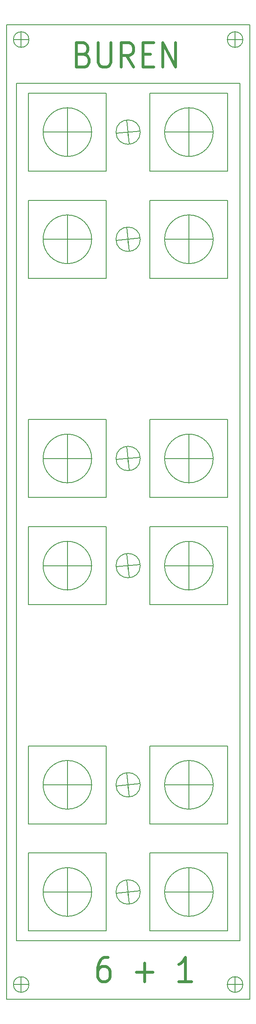
<source format=gbr>
%TF.GenerationSoftware,KiCad,Pcbnew,(5.1.9)-1*%
%TF.CreationDate,2021-09-13T20:57:42+01:00*%
%TF.ProjectId,KOSMO Mult faceplate,4b4f534d-4f20-44d7-956c-742066616365,rev?*%
%TF.SameCoordinates,Original*%
%TF.FileFunction,OtherDrawing,Comment*%
%FSLAX46Y46*%
G04 Gerber Fmt 4.6, Leading zero omitted, Abs format (unit mm)*
G04 Created by KiCad (PCBNEW (5.1.9)-1) date 2021-09-13 20:57:42*
%MOMM*%
%LPD*%
G01*
G04 APERTURE LIST*
%ADD10C,0.625000*%
%ADD11C,0.200000*%
G04 APERTURE END LIST*
D10*
X36066256Y-206204100D02*
X35209113Y-206204100D01*
X34780541Y-206442196D01*
X34566256Y-206680291D01*
X34137684Y-207394576D01*
X33923398Y-208346957D01*
X33923398Y-210251719D01*
X34137684Y-210727910D01*
X34351970Y-210966005D01*
X34780541Y-211204100D01*
X35637684Y-211204100D01*
X36066256Y-210966005D01*
X36280541Y-210727910D01*
X36494827Y-210251719D01*
X36494827Y-209061243D01*
X36280541Y-208585053D01*
X36066256Y-208346957D01*
X35637684Y-208108862D01*
X34780541Y-208108862D01*
X34351970Y-208346957D01*
X34137684Y-208585053D01*
X33923398Y-209061243D01*
X41851970Y-209299338D02*
X45280541Y-209299338D01*
X43566256Y-211204100D02*
X43566256Y-207394576D01*
X53209113Y-211204100D02*
X50637684Y-211204100D01*
X51923398Y-211204100D02*
X51923398Y-206204100D01*
X51494827Y-206918386D01*
X51066256Y-207394576D01*
X50637684Y-207632672D01*
X36066256Y-206204100D02*
X35209113Y-206204100D01*
X34780541Y-206442196D01*
X34566256Y-206680291D01*
X34137684Y-207394576D01*
X33923398Y-208346957D01*
X33923398Y-210251719D01*
X34137684Y-210727910D01*
X34351970Y-210966005D01*
X34780541Y-211204100D01*
X35637684Y-211204100D01*
X36066256Y-210966005D01*
X36280541Y-210727910D01*
X36494827Y-210251719D01*
X36494827Y-209061243D01*
X36280541Y-208585053D01*
X36066256Y-208346957D01*
X35637684Y-208108862D01*
X34780541Y-208108862D01*
X34351970Y-208346957D01*
X34137684Y-208585053D01*
X33923398Y-209061243D01*
X41851970Y-209299338D02*
X45280541Y-209299338D01*
X43566256Y-211204100D02*
X43566256Y-207394576D01*
X53209113Y-211204100D02*
X50637684Y-211204100D01*
X51923398Y-211204100D02*
X51923398Y-206204100D01*
X51494827Y-206918386D01*
X51066256Y-207394576D01*
X50637684Y-207632672D01*
X31034270Y-20833278D02*
X31677127Y-21071373D01*
X31891413Y-21309468D01*
X32105699Y-21785659D01*
X32105699Y-22499944D01*
X31891413Y-22976135D01*
X31677127Y-23214230D01*
X31248556Y-23452325D01*
X29534270Y-23452325D01*
X29534270Y-18452325D01*
X31034270Y-18452325D01*
X31462842Y-18690421D01*
X31677127Y-18928516D01*
X31891413Y-19404706D01*
X31891413Y-19880897D01*
X31677127Y-20357087D01*
X31462842Y-20595182D01*
X31034270Y-20833278D01*
X29534270Y-20833278D01*
X34034270Y-18452325D02*
X34034270Y-22499944D01*
X34248556Y-22976135D01*
X34462842Y-23214230D01*
X34891413Y-23452325D01*
X35748556Y-23452325D01*
X36177127Y-23214230D01*
X36391413Y-22976135D01*
X36605699Y-22499944D01*
X36605699Y-18452325D01*
X41319984Y-23452325D02*
X39819984Y-21071373D01*
X38748556Y-23452325D02*
X38748556Y-18452325D01*
X40462842Y-18452325D01*
X40891413Y-18690421D01*
X41105699Y-18928516D01*
X41319984Y-19404706D01*
X41319984Y-20118992D01*
X41105699Y-20595182D01*
X40891413Y-20833278D01*
X40462842Y-21071373D01*
X38748556Y-21071373D01*
X43248556Y-20833278D02*
X44748556Y-20833278D01*
X45391413Y-23452325D02*
X43248556Y-23452325D01*
X43248556Y-18452325D01*
X45391413Y-18452325D01*
X47319984Y-23452325D02*
X47319984Y-18452325D01*
X49891413Y-23452325D01*
X49891413Y-18452325D01*
D11*
X40206000Y-36831000D02*
X40206000Y-37543560D01*
X15206001Y-14831000D02*
X15206001Y-214831000D01*
X15206001Y-214831000D02*
X65206001Y-214831000D01*
X57706001Y-36831000D02*
G75*
G03*
X57706001Y-36831000I-5000000J0D01*
G01*
X27706001Y-41831000D02*
X27706001Y-31831000D01*
X22706001Y-36831000D02*
X32706001Y-36831000D01*
X19806001Y-17831000D02*
G75*
G03*
X19806001Y-17831000I-1600000J0D01*
G01*
X32706001Y-36831000D02*
G75*
G03*
X32706001Y-36831000I-5000000J0D01*
G01*
X60606001Y-211831000D02*
X63806001Y-211831000D01*
X57706001Y-170831000D02*
G75*
G03*
X57706001Y-170831000I-5000000J0D01*
G01*
X62206001Y-210230999D02*
X62206001Y-213430999D01*
X19806001Y-211831000D02*
G75*
G03*
X19806001Y-211831000I-1600000J0D01*
G01*
X62206001Y-16230999D02*
X62206001Y-19430999D01*
X32706001Y-170831000D02*
G75*
G03*
X32706001Y-170831000I-5000000J0D01*
G01*
X63806001Y-211831000D02*
G75*
G03*
X63806001Y-211831000I-1600000J0D01*
G01*
X60606001Y-17831000D02*
X63806001Y-17831000D01*
X63806001Y-17831000D02*
G75*
G03*
X63806001Y-17831000I-1600000J0D01*
G01*
X65206001Y-214831000D02*
X65206001Y-14831000D01*
X37767167Y-59064672D02*
X42633667Y-58598396D01*
X17206001Y-116512839D02*
X17206001Y-202831000D01*
X16606001Y-17831000D02*
X19806001Y-17831000D01*
X18206001Y-16230999D02*
X18206001Y-19430999D01*
X27706001Y-165831000D02*
X27706001Y-175831000D01*
X57706001Y-192831000D02*
G75*
G03*
X57706001Y-192831000I-5000000J0D01*
G01*
X39966167Y-56396272D02*
X40444567Y-61252872D01*
X17206001Y-26831000D02*
X17206001Y-126831000D01*
X42706001Y-36831000D02*
G75*
G03*
X42706001Y-36831000I-2500000J0D01*
G01*
X22706001Y-192831000D02*
X32706001Y-192831000D01*
X47706001Y-192831000D02*
X57706001Y-192831000D01*
X63206001Y-202831000D02*
X63206001Y-116512839D01*
X52706001Y-187831000D02*
X52706001Y-197831000D01*
X16606001Y-211831000D02*
X19806001Y-211831000D01*
X37767167Y-37064672D02*
X42633667Y-36598396D01*
X32706001Y-192831000D02*
G75*
G03*
X32706001Y-192831000I-5000000J0D01*
G01*
X18206001Y-210230999D02*
X18206001Y-213430999D01*
X39966167Y-34396272D02*
X40444567Y-39252872D01*
X17206001Y-202831000D02*
X63206001Y-202831000D01*
X22706001Y-170831000D02*
X32706001Y-170831000D01*
X47706001Y-170831000D02*
X57706001Y-170831000D01*
X65206001Y-14831000D02*
X15206001Y-14831000D01*
X42706001Y-58831000D02*
G75*
G03*
X42706001Y-58831000I-2500000J0D01*
G01*
X52706001Y-165831000D02*
X52706001Y-175831000D01*
X27706001Y-187831000D02*
X27706001Y-197831000D01*
X63206001Y-26831000D02*
X17206001Y-26831000D01*
X63206001Y-126831000D02*
X63206001Y-26831000D01*
X40206000Y-58831000D02*
X40206000Y-59543560D01*
X60706000Y-28831000D02*
X60706000Y-44831000D01*
X44706001Y-66831000D02*
X44706001Y-50831000D01*
X44706001Y-184831000D02*
X60706000Y-184831000D01*
X44706001Y-44831000D02*
X44706001Y-28831000D01*
X39966167Y-123396272D02*
X40444567Y-128252872D01*
X60706000Y-95831000D02*
X60706000Y-111831000D01*
X35706001Y-111831000D02*
X19706001Y-111831000D01*
X35706001Y-133831000D02*
X19706001Y-133831000D01*
X37767167Y-104064672D02*
X42633667Y-103598396D01*
X37767167Y-171064672D02*
X42633667Y-170598396D01*
X60706000Y-200831000D02*
X44706001Y-200831000D01*
X60706000Y-50831000D02*
X60706000Y-66831000D01*
X35706001Y-66831000D02*
X19706001Y-66831000D01*
X44706001Y-95831000D02*
X60706000Y-95831000D01*
X44706001Y-117831000D02*
X60706000Y-117831000D01*
X35706001Y-50831000D02*
X35706001Y-66831000D01*
X44706001Y-162831000D02*
X60706000Y-162831000D01*
X44706001Y-200831000D02*
X44706001Y-184831000D01*
X39966167Y-101396272D02*
X40444567Y-106252872D01*
X42706001Y-192831000D02*
G75*
G03*
X42706001Y-192831000I-2500000J0D01*
G01*
X35706001Y-162831000D02*
X35706001Y-178831000D01*
X60706000Y-162831000D02*
X60706000Y-178831000D01*
X44706001Y-178831000D02*
X44706001Y-162831000D01*
X39966167Y-190396272D02*
X40444567Y-195252872D01*
X42706001Y-170831000D02*
G75*
G03*
X42706001Y-170831000I-2500000J0D01*
G01*
X35706001Y-178831000D02*
X19706001Y-178831000D01*
X19706001Y-44831000D02*
X19706001Y-28831000D01*
X60706000Y-44831000D02*
X44706001Y-44831000D01*
X35706001Y-200831000D02*
X19706001Y-200831000D01*
X35706001Y-117831000D02*
X35706001Y-133831000D01*
X60706000Y-117831000D02*
X60706000Y-133831000D01*
X19706001Y-162831000D02*
X35706001Y-162831000D01*
X44706001Y-133831000D02*
X44706001Y-117831000D01*
X60706000Y-66831000D02*
X44706001Y-66831000D01*
X39966167Y-168396272D02*
X40444567Y-173252872D01*
X60706000Y-178831000D02*
X44706001Y-178831000D01*
X35706001Y-184831000D02*
X35706001Y-200831000D01*
X42706001Y-103831000D02*
G75*
G03*
X42706001Y-103831000I-2500000J0D01*
G01*
X35706001Y-28831000D02*
X35706001Y-44831000D01*
X19706001Y-200831000D02*
X19706001Y-184831000D01*
X44706001Y-28831000D02*
X60706000Y-28831000D01*
X19706001Y-178831000D02*
X19706001Y-162831000D01*
X60706000Y-133831000D02*
X44706001Y-133831000D01*
X44706001Y-50831000D02*
X60706000Y-50831000D01*
X19706001Y-50831000D02*
X35706001Y-50831000D01*
X40206000Y-170831000D02*
X40206000Y-171543560D01*
X19706001Y-66831000D02*
X19706001Y-50831000D01*
X60706000Y-184831000D02*
X60706000Y-200831000D01*
X19706001Y-111831000D02*
X19706001Y-95831000D01*
X19706001Y-95831000D02*
X35706001Y-95831000D01*
X40206000Y-125831000D02*
X40206000Y-126543560D01*
X42706001Y-125831000D02*
G75*
G03*
X42706001Y-125831000I-2500000J0D01*
G01*
X44706001Y-111831000D02*
X44706001Y-95831000D01*
X37767167Y-126064672D02*
X42633667Y-125598396D01*
X40206000Y-103831000D02*
X40206000Y-104543560D01*
X19706001Y-184831000D02*
X35706001Y-184831000D01*
X40206000Y-192831000D02*
X40206000Y-193543560D01*
X37767167Y-193064672D02*
X42633667Y-192598396D01*
X60706000Y-111831000D02*
X44706001Y-111831000D01*
X35706001Y-95831000D02*
X35706001Y-111831000D01*
X35706001Y-44831000D02*
X19706001Y-44831000D01*
X19706001Y-28831000D02*
X35706001Y-28831000D01*
X52706001Y-187831000D02*
X52706001Y-197831000D01*
X63806001Y-17831000D02*
G75*
G03*
X63806001Y-17831000I-1600000J0D01*
G01*
X52706001Y-165831000D02*
X52706001Y-175831000D01*
X47706001Y-103831000D02*
X57706001Y-103831000D01*
X52706001Y-120831000D02*
X52706001Y-130831000D01*
X47706001Y-125831000D02*
X57706001Y-125831000D01*
X63206001Y-202831000D02*
X63206001Y-116512839D01*
X63806001Y-211831000D02*
G75*
G03*
X63806001Y-211831000I-1600000J0D01*
G01*
X16606001Y-17831000D02*
X19806001Y-17831000D01*
X57706001Y-125831000D02*
G75*
G03*
X57706001Y-125831000I-5000000J0D01*
G01*
X32706001Y-58831000D02*
G75*
G03*
X32706001Y-58831000I-5000000J0D01*
G01*
X18206001Y-16230999D02*
X18206001Y-19430999D01*
X65206001Y-14831000D02*
X15206001Y-14831000D01*
X27706001Y-120831000D02*
X27706001Y-130831000D01*
X52706001Y-63831000D02*
X52706001Y-53831000D01*
X57706001Y-170831000D02*
G75*
G03*
X57706001Y-170831000I-5000000J0D01*
G01*
X57706001Y-58831000D02*
G75*
G03*
X57706001Y-58831000I-5000000J0D01*
G01*
X16606001Y-211831000D02*
X19806001Y-211831000D01*
X27706001Y-165831000D02*
X27706001Y-175831000D01*
X17206001Y-202831000D02*
X63206001Y-202831000D01*
X27706001Y-187831000D02*
X27706001Y-197831000D01*
X63206001Y-126831000D02*
X63206001Y-26831000D01*
X57706001Y-36831000D02*
G75*
G03*
X57706001Y-36831000I-5000000J0D01*
G01*
X32706001Y-36831000D02*
G75*
G03*
X32706001Y-36831000I-5000000J0D01*
G01*
X32706001Y-192831000D02*
G75*
G03*
X32706001Y-192831000I-5000000J0D01*
G01*
X27706001Y-41831000D02*
X27706001Y-31831000D01*
X60606001Y-17831000D02*
X63806001Y-17831000D01*
X63206001Y-26831000D02*
X17206001Y-26831000D01*
X22706001Y-125831000D02*
X32706001Y-125831000D01*
X32706001Y-125831000D02*
G75*
G03*
X32706001Y-125831000I-5000000J0D01*
G01*
X27706001Y-63831000D02*
X27706001Y-53831000D01*
X15206001Y-14831000D02*
X15206001Y-214831000D01*
X57706001Y-192831000D02*
G75*
G03*
X57706001Y-192831000I-5000000J0D01*
G01*
X22706001Y-58831000D02*
X32706001Y-58831000D01*
X47706001Y-58831000D02*
X57706001Y-58831000D01*
X52706001Y-41831000D02*
X52706001Y-31831000D01*
X47706001Y-36831000D02*
X57706001Y-36831000D01*
X18206001Y-210230999D02*
X18206001Y-213430999D01*
X22706001Y-170831000D02*
X32706001Y-170831000D01*
X47706001Y-170831000D02*
X57706001Y-170831000D01*
X17206001Y-116512839D02*
X17206001Y-202831000D01*
X15206001Y-214831000D02*
X65206001Y-214831000D01*
X60606001Y-211831000D02*
X63806001Y-211831000D01*
X22706001Y-192831000D02*
X32706001Y-192831000D01*
X65206001Y-214831000D02*
X65206001Y-14831000D01*
X19806001Y-211831000D02*
G75*
G03*
X19806001Y-211831000I-1600000J0D01*
G01*
X32706001Y-170831000D02*
G75*
G03*
X32706001Y-170831000I-5000000J0D01*
G01*
X47706001Y-192831000D02*
X57706001Y-192831000D01*
X17206001Y-26831000D02*
X17206001Y-126831000D01*
X22706001Y-36831000D02*
X32706001Y-36831000D01*
X62206001Y-210230999D02*
X62206001Y-213430999D01*
X62206001Y-16230999D02*
X62206001Y-19430999D01*
X19806001Y-17831000D02*
G75*
G03*
X19806001Y-17831000I-1600000J0D01*
G01*
X32706001Y-103831000D02*
G75*
G03*
X32706001Y-103831000I-5000000J0D01*
G01*
X57706001Y-103831000D02*
G75*
G03*
X57706001Y-103831000I-5000000J0D01*
G01*
X19706001Y-117831000D02*
X35706001Y-117831000D01*
X19706001Y-133831000D02*
X19706001Y-117831000D01*
X27706001Y-98831000D02*
X27706001Y-108831000D01*
X22706001Y-103831000D02*
X32706001Y-103831000D01*
X52706001Y-98831000D02*
X52706001Y-108831000D01*
X35706001Y-95831000D02*
X35706001Y-111831000D01*
X35706001Y-133831000D02*
X19706001Y-133831000D01*
X60706000Y-95831000D02*
X60706000Y-111831000D01*
X44706001Y-162831000D02*
X60706000Y-162831000D01*
X42706001Y-125831000D02*
G75*
G03*
X42706001Y-125831000I-2500000J0D01*
G01*
X19706001Y-178831000D02*
X19706001Y-162831000D01*
X44706001Y-111831000D02*
X44706001Y-95831000D01*
X44706001Y-117831000D02*
X60706000Y-117831000D01*
X19706001Y-95831000D02*
X35706001Y-95831000D01*
X60706000Y-178831000D02*
X44706001Y-178831000D01*
X37767167Y-37064672D02*
X42633667Y-36598396D01*
X19706001Y-111831000D02*
X19706001Y-95831000D01*
X60706000Y-133831000D02*
X44706001Y-133831000D01*
X35706001Y-117831000D02*
X35706001Y-133831000D01*
X19706001Y-50831000D02*
X35706001Y-50831000D01*
X44706001Y-95831000D02*
X60706000Y-95831000D01*
X44706001Y-200831000D02*
X44706001Y-184831000D01*
X19706001Y-200831000D02*
X19706001Y-184831000D01*
X60706000Y-117831000D02*
X60706000Y-133831000D01*
X44706001Y-184831000D02*
X60706000Y-184831000D01*
X35706001Y-200831000D02*
X19706001Y-200831000D01*
X19706001Y-117831000D02*
X35706001Y-117831000D01*
X37767167Y-126064672D02*
X42633667Y-125598396D01*
X42706001Y-36831000D02*
G75*
G03*
X42706001Y-36831000I-2500000J0D01*
G01*
X19706001Y-184831000D02*
X35706001Y-184831000D01*
X39966167Y-34396272D02*
X40444567Y-39252872D01*
X19706001Y-133831000D02*
X19706001Y-117831000D01*
X60706000Y-111831000D02*
X44706001Y-111831000D01*
X37767167Y-59064672D02*
X42633667Y-58598396D01*
X35706001Y-111831000D02*
X19706001Y-111831000D01*
X35706001Y-184831000D02*
X35706001Y-200831000D01*
X39966167Y-56396272D02*
X40444567Y-61252872D01*
X35706001Y-178831000D02*
X19706001Y-178831000D01*
X35706001Y-162831000D02*
X35706001Y-178831000D01*
X44706001Y-133831000D02*
X44706001Y-117831000D01*
X60706000Y-184831000D02*
X60706000Y-200831000D01*
X60706000Y-200831000D02*
X44706001Y-200831000D01*
X44706001Y-50831000D02*
X60706000Y-50831000D01*
X60706000Y-162831000D02*
X60706000Y-178831000D01*
X42706001Y-58831000D02*
G75*
G03*
X42706001Y-58831000I-2500000J0D01*
G01*
X44706001Y-66831000D02*
X44706001Y-50831000D01*
X19706001Y-162831000D02*
X35706001Y-162831000D01*
X35706001Y-66831000D02*
X19706001Y-66831000D01*
X44706001Y-178831000D02*
X44706001Y-162831000D01*
X35706001Y-50831000D02*
X35706001Y-66831000D01*
X19706001Y-66831000D02*
X19706001Y-50831000D01*
X37767167Y-193064672D02*
X42633667Y-192598396D01*
X39966167Y-190396272D02*
X40444567Y-195252872D01*
X37767167Y-171064672D02*
X42633667Y-170598396D01*
X39966167Y-168396272D02*
X40444567Y-173252872D01*
X27706001Y-98831000D02*
X27706001Y-108831000D01*
X22706001Y-103831000D02*
X32706001Y-103831000D01*
X52706001Y-120831000D02*
X52706001Y-130831000D01*
X32706001Y-103831000D02*
G75*
G03*
X32706001Y-103831000I-5000000J0D01*
G01*
X57706001Y-103831000D02*
G75*
G03*
X57706001Y-103831000I-5000000J0D01*
G01*
X27706001Y-120831000D02*
X27706001Y-130831000D01*
X47706001Y-125831000D02*
X57706001Y-125831000D01*
X52706001Y-63831000D02*
X52706001Y-53831000D01*
X22706001Y-58831000D02*
X32706001Y-58831000D01*
X27706001Y-63831000D02*
X27706001Y-53831000D01*
X57706001Y-125831000D02*
G75*
G03*
X57706001Y-125831000I-5000000J0D01*
G01*
X22706001Y-125831000D02*
X32706001Y-125831000D01*
X32706001Y-125831000D02*
G75*
G03*
X32706001Y-125831000I-5000000J0D01*
G01*
X57706001Y-58831000D02*
G75*
G03*
X57706001Y-58831000I-5000000J0D01*
G01*
X52706001Y-41831000D02*
X52706001Y-31831000D01*
X47706001Y-103831000D02*
X57706001Y-103831000D01*
X39966167Y-123396272D02*
X40444567Y-128252872D01*
X52706001Y-98831000D02*
X52706001Y-108831000D01*
X47706001Y-36831000D02*
X57706001Y-36831000D01*
X42706001Y-103831000D02*
G75*
G03*
X42706001Y-103831000I-2500000J0D01*
G01*
X32706001Y-58831000D02*
G75*
G03*
X32706001Y-58831000I-5000000J0D01*
G01*
X42706001Y-192831000D02*
G75*
G03*
X42706001Y-192831000I-2500000J0D01*
G01*
X42706001Y-170831000D02*
G75*
G03*
X42706001Y-170831000I-2500000J0D01*
G01*
X37767167Y-104064672D02*
X42633667Y-103598396D01*
X39966167Y-101396272D02*
X40444567Y-106252872D01*
X47706001Y-58831000D02*
X57706001Y-58831000D01*
X60706000Y-66831000D02*
X44706001Y-66831000D01*
X40206000Y-36831000D02*
X40206000Y-37543560D01*
X19706001Y-44831000D02*
X19706001Y-28831000D01*
X44706001Y-44831000D02*
X44706001Y-28831000D01*
X35706001Y-44831000D02*
X19706001Y-44831000D01*
X35706001Y-28831000D02*
X35706001Y-44831000D01*
X60706000Y-28831000D02*
X60706000Y-44831000D01*
X60706000Y-50831000D02*
X60706000Y-66831000D01*
X40206000Y-170831000D02*
X40206000Y-171543560D01*
X40206000Y-103831000D02*
X40206000Y-104543560D01*
X40206000Y-58831000D02*
X40206000Y-59543560D01*
X40206000Y-125831000D02*
X40206000Y-126543560D01*
X44706001Y-28831000D02*
X60706000Y-28831000D01*
X40206000Y-192831000D02*
X40206000Y-193543560D01*
X19706001Y-28831000D02*
X35706001Y-28831000D01*
X60706000Y-44831000D02*
X44706001Y-44831000D01*
M02*

</source>
